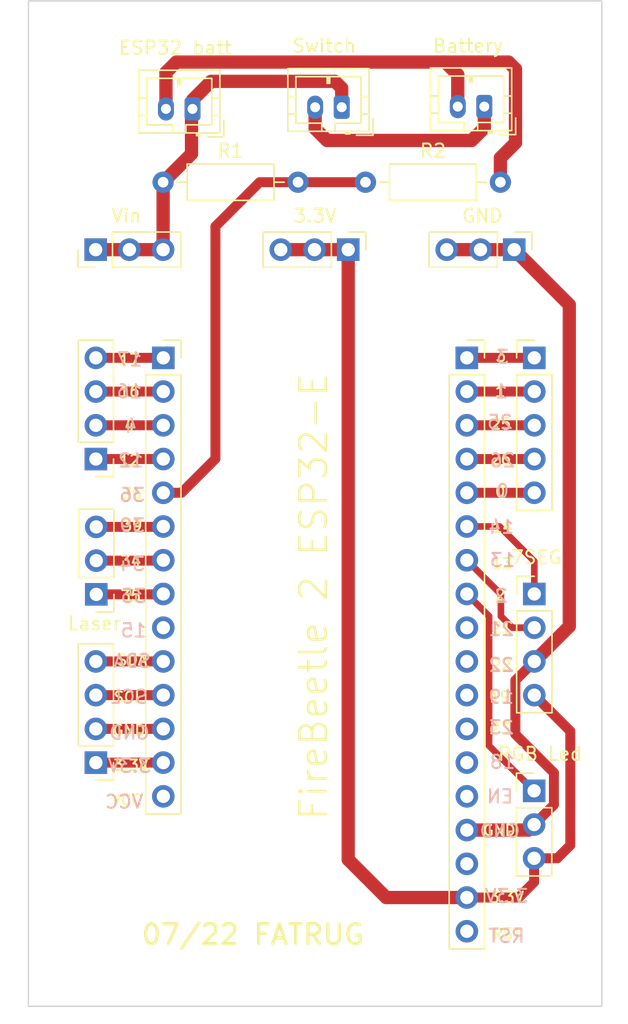
<source format=kicad_pcb>
(kicad_pcb (version 20211014) (generator pcbnew)
  (layers (0 "F.Cu" signal) (31 "B.Cu" signal) (34 "B.Paste" user) (35 "F.Paste" user) (36 "B.SilkS" user "B.Silkscreen") (37 "F.SilkS" user "F.Silkscreen") (38 "B.Mask" user) (39 "F.Mask" user) (44 "Edge.Cuts" user))
  (net 0 "")
  (net 1 "Net-(J1-Pad1)")
  (net 2 "GND")
  (net 3 "Net-(J4-Pad1)")
  (net 4 "Net-(J4-Pad2)")
  (net 5 "Net-(J4-Pad3)")
  (net 6 "Net-(J4-Pad4)")
  (net 7 "Net-(J5-Pad5)")
  (net 10 "Net-(J6-Pad6)")
  (net 11 "Net-(J6-Pad7)")
  (net 19 "Net-(J5-Pad1)")
  (net 20 "Net-(J5-Pad2)")
  (net 21 "Net-(J5-Pad3)")
  (net 22 "Net-(J5-Pad4)")
  (net 24 "Net-(J10-Pad1)")
  (net 25 "Net-(J11-Pad1)")
  (net 26 "Net-(J11-Pad2)")
  (net 27 "Net-(J11-Pad3)")
  (net 28 "Net-(J11-Pad4)")
  (net 29 "Net-(J11-Pad5)")
  (net 30 "Net-(J6-Pad8)")
  (net 31 "Net-(J12-Pad1)")
  (net 32 "Net-(J7-Pad3)")
  (net 33 "Net-(J5-Pad8)")
  (net 34 "Net-(J5-Pad7)")
  (net 35 "Net-(J5-Pad6)")
  (footprint "Connector_PinHeader_2.54mm:PinHeader_1x03_P2.54mm_Vertical" (layer "F.Cu") (at 96.5 92.5)
    (fp_text reference "J7" hide)
    (fp_text value "Conn_01x03")
    (fp_line (start -1.33 -1.33) (end 0 -1.33) (layer "F.SilkS") (width 0.12))
    (fp_line (start -1.33 6.41) (end 1.33 6.41) (layer "F.SilkS") (width 0.12))
    (fp_line (start -1.33 1.27) (end 1.33 1.27) (layer "F.SilkS") (width 0.12))
    (fp_line (start -1.33 0) (end -1.33 -1.33) (layer "F.SilkS") (width 0.12))
    (fp_line (start -1.33 1.27) (end -1.33 6.41) (layer "F.SilkS") (width 0.12))
    (fp_line (start 1.33 1.27) (end 1.33 6.41) (layer "F.SilkS") (width 0.12))
    (pad "1" thru_hole rect (at 0 0) (size 1.7 1.7) (drill 1) (layers *.Cu *.Mask) (net 30 "Net-(J6-Pad8)"))
    (pad "2" thru_hole oval (at 0 2.54) (size 1.7 1.7) (drill 1) (layers *.Cu *.Mask) (net 31 "Net-(J12-Pad1)"))
    (pad "3" thru_hole oval (at 0 5.08) (size 1.7 1.7) (drill 1) (layers *.Cu *.Mask) (net 32 "Net-(J7-Pad3)"))
  )
  (footprint "Connector_JST:JST_PH_B2B-PH-K_1x02_P2.00mm_Vertical" (layer "F.Cu") (at 92.75 40.975 180)
    (fp_text reference "J1" hide)
    (fp_text value "Conn_01x02")
    (fp_line (start -1.45 -1.2) (end -1.45 2.3) (layer "F.SilkS") (width 0.12))
    (fp_line (start 0.9 2.3) (end 0.9 1.8) (layer "F.SilkS") (width 0.12))
    (fp_line (start 3.45 2.3) (end 3.45 -1.2) (layer "F.SilkS") (width 0.12))
    (fp_line (start 0.9 1.8) (end 1.1 1.8) (layer "F.SilkS") (width 0.12))
    (fp_line (start -2.36 -2.11) (end -2.36 -0.86) (layer "F.SilkS") (width 0.12))
    (fp_line (start -2.06 2.91) (end 4.06 2.91) (layer "F.SilkS") (width 0.12))
    (fp_line (start 0.5 -1.81) (end 0.5 -1.2) (layer "F.SilkS") (width 0.12))
    (fp_line (start -2.06 -1.81) (end -2.06 2.91) (layer "F.SilkS") (width 0.12))
    (fp_line (start -2.06 -0.5) (end -1.45 -0.5) (layer "F.SilkS") (width 0.12))
    (fp_line (start 0.5 -1.2) (end -1.45 -1.2) (layer "F.SilkS") (width 0.12))
    (fp_line (start 4.06 -1.81) (end -2.06 -1.81) (layer "F.SilkS") (width 0.12))
    (fp_line (start 4.06 2.91) (end 4.06 -1.81) (layer "F.SilkS") (width 0.12))
    (fp_line (start -2.06 0.8) (end -1.45 0.8) (layer "F.SilkS") (width 0.12))
    (fp_line (start -0.3 -1.81) (end -0.3 -2.01) (layer "F.SilkS") (width 0.12))
    (fp_line (start 1.1 1.8) (end 1.1 2.3) (layer "F.SilkS") (width 0.12))
    (fp_line (start 4.06 0.8) (end 3.45 0.8) (layer "F.SilkS") (width 0.12))
    (fp_line (start 1 2.3) (end 1 1.8) (layer "F.SilkS") (width 0.12))
    (fp_line (start -0.3 -2.01) (end -0.6 -2.01) (layer "F.SilkS") (width 0.12))
    (fp_line (start 4.06 -0.5) (end 3.45 -0.5) (layer "F.SilkS") (width 0.12))
    (fp_line (start -0.3 -1.91) (end -0.6 -1.91) (layer "F.SilkS") (width 0.12))
    (fp_line (start 1.5 -1.2) (end 1.5 -1.81) (layer "F.SilkS") (width 0.12))
    (fp_line (start 3.45 -1.2) (end 1.5 -1.2) (layer "F.SilkS") (width 0.12))
    (fp_line (start -0.6 -2.01) (end -0.6 -1.81) (layer "F.SilkS") (width 0.12))
    (fp_line (start -1.11 -2.11) (end -2.36 -2.11) (layer "F.SilkS") (width 0.12))
    (fp_line (start -1.45 2.3) (end 3.45 2.3) (layer "F.SilkS") (width 0.12))
    (pad "1" thru_hole roundrect (at 0 0 180) (size 1.2 1.75) (drill 0.75) (layers *.Cu *.Mask) (roundrect_rratio 0.208333) (net 1 "Net-(J1-Pad1)"))
    (pad "2" thru_hole oval (at 2 0 180) (size 1.2 1.75) (drill 0.75) (layers *.Cu *.Mask) (net 2 "GND"))
  )
  (footprint "Connector_PinHeader_2.54mm:PinHeader_1x03_P2.54mm_Vertical" (layer "F.Cu") (at 63.525 77.705 180)
    (fp_text reference "J14" hide)
    (fp_text value "Conn_01x03")
    (fp_line (start -1.33 1.27) (end 1.33 1.27) (layer "F.SilkS") (width 0.12))
    (fp_line (start -1.33 0) (end -1.33 -1.33) (layer "F.SilkS") (width 0.12))
    (fp_line (start -1.33 -1.33) (end 0 -1.33) (layer "F.SilkS") (width 0.12))
    (fp_line (start -1.33 6.41) (end 1.33 6.41) (layer "F.SilkS") (width 0.12))
    (fp_line (start -1.33 1.27) (end -1.33 6.41) (layer "F.SilkS") (width 0.12))
    (fp_line (start 1.33 1.27) (end 1.33 6.41) (layer "F.SilkS") (width 0.12))
    (pad "1" thru_hole rect (at 0 0 180) (size 1.7 1.7) (drill 1) (layers *.Cu *.Mask) (net 33 "Net-(J5-Pad8)"))
    (pad "2" thru_hole oval (at 0 2.54 180) (size 1.7 1.7) (drill 1) (layers *.Cu *.Mask) (net 34 "Net-(J5-Pad7)"))
    (pad "3" thru_hole oval (at 0 5.08 180) (size 1.7 1.7) (drill 1) (layers *.Cu *.Mask) (net 35 "Net-(J5-Pad6)"))
  )
  (footprint "Connector_JST:JST_PH_B2B-PH-K_1x02_P2.00mm_Vertical" (layer "F.Cu") (at 82.01 41.025 180)
    (fp_text reference "J2" hide)
    (fp_text value "Conn_01x02")
    (fp_line (start 0.5 -1.81) (end 0.5 -1.2) (layer "F.SilkS") (width 0.12))
    (fp_line (start 4.06 2.91) (end 4.06 -1.81) (layer "F.SilkS") (width 0.12))
    (fp_line (start 1 2.3) (end 1 1.8) (layer "F.SilkS") (width 0.12))
    (fp_line (start 0.5 -1.2) (end -1.45 -1.2) (layer "F.SilkS") (width 0.12))
    (fp_line (start 0.9 1.8) (end 1.1 1.8) (layer "F.SilkS") (width 0.12))
    (fp_line (start -1.45 2.3) (end 3.45 2.3) (layer "F.SilkS") (width 0.12))
    (fp_line (start -2.06 2.91) (end 4.06 2.91) (layer "F.SilkS") (width 0.12))
    (fp_line (start -0.3 -2.01) (end -0.6 -2.01) (layer "F.SilkS") (width 0.12))
    (fp_line (start 4.06 0.8) (end 3.45 0.8) (layer "F.SilkS") (width 0.12))
    (fp_line (start 0.9 2.3) (end 0.9 1.8) (layer "F.SilkS") (width 0.12))
    (fp_line (start -2.06 -0.5) (end -1.45 -0.5) (layer "F.SilkS") (width 0.12))
    (fp_line (start -0.6 -2.01) (end -0.6 -1.81) (layer "F.SilkS") (width 0.12))
    (fp_line (start -2.06 -1.81) (end -2.06 2.91) (layer "F.SilkS") (width 0.12))
    (fp_line (start 4.06 -0.5) (end 3.45 -0.5) (layer "F.SilkS") (width 0.12))
    (fp_line (start 3.45 2.3) (end 3.45 -1.2) (layer "F.SilkS") (width 0.12))
    (fp_line (start -1.45 -1.2) (end -1.45 2.3) (layer "F.SilkS") (width 0.12))
    (fp_line (start -0.3 -1.91) (end -0.6 -1.91) (layer "F.SilkS") (width 0.12))
    (fp_line (start -0.3 -1.81) (end -0.3 -2.01) (layer "F.SilkS") (width 0.12))
    (fp_line (start -2.36 -2.11) (end -2.36 -0.86) (layer "F.SilkS") (width 0.12))
    (fp_line (start 4.06 -1.81) (end -2.06 -1.81) (layer "F.SilkS") (width 0.12))
    (fp_line (start 1.1 1.8) (end 1.1 2.3) (layer "F.SilkS") (width 0.12))
    (fp_line (start 3.45 -1.2) (end 1.5 -1.2) (layer "F.SilkS") (width 0.12))
    (fp_line (start -1.11 -2.11) (end -2.36 -2.11) (layer "F.SilkS") (width 0.12))
    (fp_line (start 1.5 -1.2) (end 1.5 -1.81) (layer "F.SilkS") (width 0.12))
    (fp_line (start -2.06 0.8) (end -1.45 0.8) (layer "F.SilkS") (width 0.12))
    (pad "1" thru_hole roundrect (at 0 0 180) (size 1.2 1.75) (drill 0.75) (layers *.Cu *.Mask) (roundrect_rratio 0.208333) (net 24 "Net-(J10-Pad1)"))
    (pad "2" thru_hole oval (at 2 0 180) (size 1.2 1.75) (drill 0.75) (layers *.Cu *.Mask) (net 1 "Net-(J1-Pad1)"))
  )
  (footprint "Connector_PinHeader_2.54mm:PinHeader_1x03_P2.54mm_Vertical" (layer "F.Cu") (at 82.5 51.75 -90)
    (fp_text reference "J13" hide)
    (fp_text value "Conn_01x03")
    (fp_line (start -1.33 1.27) (end 1.33 1.27) (layer "F.SilkS") (width 0.12))
    (fp_line (start -1.33 6.41) (end 1.33 6.41) (layer "F.SilkS") (width 0.12))
    (fp_line (start 1.33 1.27) (end 1.33 6.41) (layer "F.SilkS") (width 0.12))
    (fp_line (start -1.33 1.27) (end -1.33 6.41) (layer "F.SilkS") (width 0.12))
    (fp_line (start -1.33 -1.33) (end 0 -1.33) (layer "F.SilkS") (width 0.12))
    (fp_line (start -1.33 0) (end -1.33 -1.33) (layer "F.SilkS") (width 0.12))
    (pad "1" thru_hole rect (at 0 0 270) (size 1.7 1.7) (drill 1) (layers *.Cu *.Mask) (net 32 "Net-(J7-Pad3)"))
    (pad "2" thru_hole oval (at 0 2.54 270) (size 1.7 1.7) (drill 1) (layers *.Cu *.Mask) (net 32 "Net-(J7-Pad3)"))
    (pad "3" thru_hole oval (at 0 5.08 270) (size 1.7 1.7) (drill 1) (layers *.Cu *.Mask) (net 32 "Net-(J7-Pad3)"))
  )
  (footprint "Connector_PinHeader_2.54mm:PinHeader_1x04_P2.54mm_Vertical" (layer "F.Cu") (at 63.495 90.375 180)
    (fp_text reference "J4" hide)
    (fp_text value "Conn_01x04")
    (fp_line (start -1.33 1.27) (end -1.33 8.95) (layer "F.SilkS") (width 0.12))
    (fp_line (start -1.33 1.27) (end 1.33 1.27) (layer "F.SilkS") (width 0.12))
    (fp_line (start -1.33 -1.33) (end 0 -1.33) (layer "F.SilkS") (width 0.12))
    (fp_line (start -1.33 8.95) (end 1.33 8.95) (layer "F.SilkS") (width 0.12))
    (fp_line (start 1.33 1.27) (end 1.33 8.95) (layer "F.SilkS") (width 0.12))
    (fp_line (start -1.33 0) (end -1.33 -1.33) (layer "F.SilkS") (width 0.12))
    (pad "1" thru_hole rect (at 0 0 180) (size 1.7 1.7) (drill 1) (layers *.Cu *.Mask) (net 3 "Net-(J4-Pad1)"))
    (pad "2" thru_hole oval (at 0 2.54 180) (size 1.7 1.7) (drill 1) (layers *.Cu *.Mask) (net 4 "Net-(J4-Pad2)"))
    (pad "3" thru_hole oval (at 0 5.08 180) (size 1.7 1.7) (drill 1) (layers *.Cu *.Mask) (net 5 "Net-(J4-Pad3)"))
    (pad "4" thru_hole oval (at 0 7.62 180) (size 1.7 1.7) (drill 1) (layers *.Cu *.Mask) (net 6 "Net-(J4-Pad4)"))
  )
  (footprint "Resistor_THT:R_Axial_DIN0207_L6.3mm_D2.5mm_P10.16mm_Horizontal" (layer "F.Cu") (at 68.56 46.67)
    (fp_text reference "R1" (at 5.08 -2.37) (layer "F.SilkS"))
    (fp_text value "22k")
    (fp_line (start 1.04 0) (end 1.81 0) (layer "F.SilkS") (width 0.12))
    (fp_line (start 8.35 1.37) (end 8.35 -1.37) (layer "F.SilkS") (width 0.12))
    (fp_line (start 9.12 0) (end 8.35 0) (layer "F.SilkS") (width 0.12))
    (fp_line (start 8.35 -1.37) (end 1.81 -1.37) (layer "F.SilkS") (width 0.12))
    (fp_line (start 1.81 1.37) (end 8.35 1.37) (layer "F.SilkS") (width 0.12))
    (fp_line (start 1.81 -1.37) (end 1.81 1.37) (layer "F.SilkS") (width 0.12))
    (pad "1" thru_hole circle (at 0 0) (size 1.6 1.6) (drill 0.8) (layers *.Cu *.Mask) (net 24 "Net-(J10-Pad1)"))
    (pad "2" thru_hole oval (at 10.16 0) (size 1.6 1.6) (drill 0.8) (layers *.Cu *.Mask) (net 7 "Net-(J5-Pad5)"))
  )
  (footprint "Connector_PinHeader_2.54mm:PinHeader_1x04_P2.54mm_Vertical" (layer "F.Cu") (at 96.515 77.675)
    (fp_text reference "J8" hide)
    (fp_text value "Conn_01x04")
    (fp_line (start -1.33 8.95) (end 1.33 8.95) (layer "F.SilkS") (width 0.12))
    (fp_line (start -1.33 1.27) (end -1.33 8.95) (layer "F.SilkS") (width 0.12))
    (fp_line (start 1.33 1.27) (end 1.33 8.95) (layer "F.SilkS") (width 0.12))
    (fp_line (start -1.33 1.27) (end 1.33 1.27) (layer "F.SilkS") (width 0.12))
    (fp_line (start -1.33 0) (end -1.33 -1.33) (layer "F.SilkS") (width 0.12))
    (fp_line (start -1.33 -1.33) (end 0 -1.33) (layer "F.SilkS") (width 0.12))
    (pad "1" thru_hole rect (at 0 0) (size 1.7 1.7) (drill 1) (layers *.Cu *.Mask) (net 10 "Net-(J6-Pad6)"))
    (pad "2" thru_hole oval (at 0 2.54) (size 1.7 1.7) (drill 1) (layers *.Cu *.Mask) (net 11 "Net-(J6-Pad7)"))
    (pad "3" thru_hole oval (at 0 5.08) (size 1.7 1.7) (drill 1) (layers *.Cu *.Mask) (net 31 "Net-(J12-Pad1)"))
    (pad "4" thru_hole oval (at 0 7.62) (size 1.7 1.7) (drill 1) (layers *.Cu *.Mask) (net 32 "Net-(J7-Pad3)"))
  )
  (footprint "MountingHole:MountingHole_2.5mm" (layer "F.Cu") (at 98.425 35.725)
    (fp_text reference "H3" hide)
    (fp_text value "MountingHole")
    (pad "" np_thru_hole circle (at 0.075 0) (size 2.5 2.5) (drill 2.5) (layers F&B.Cu *.Mask))
  )
  (footprint "Connector_PinHeader_2.54mm:PinHeader_1x05_P2.54mm_Vertical" (layer "F.Cu") (at 96.515 59.895)
    (fp_text reference "J11" hide)
    (fp_text value "Conn_01x05")
    (fp_line (start -1.33 11.49) (end 1.33 11.49) (layer "F.SilkS") (width 0.12))
    (fp_line (start 1.33 1.27) (end 1.33 11.49) (layer "F.SilkS") (width 0.12))
    (fp_line (start -1.33 1.27) (end 1.33 1.27) (layer "F.SilkS") (width 0.12))
    (fp_line (start -1.33 0) (end -1.33 -1.33) (layer "F.SilkS") (width 0.12))
    (fp_line (start -1.33 -1.33) (end 0 -1.33) (layer "F.SilkS") (width 0.12))
    (fp_line (start -1.33 1.27) (end -1.33 11.49) (layer "F.SilkS") (width 0.12))
    (pad "1" thru_hole rect (at 0 0) (size 1.7 1.7) (drill 1) (layers *.Cu *.Mask) (net 25 "Net-(J11-Pad1)"))
    (pad "2" thru_hole oval (at 0 2.54) (size 1.7 1.7) (drill 1) (layers *.Cu *.Mask) (net 26 "Net-(J11-Pad2)"))
    (pad "3" thru_hole oval (at 0 5.08) (size 1.7 1.7) (drill 1) (layers *.Cu *.Mask) (net 27 "Net-(J11-Pad3)"))
    (pad "4" thru_hole oval (at 0 7.62) (size 1.7 1.7) (drill 1) (layers *.Cu *.Mask) (net 28 "Net-(J11-Pad4)"))
    (pad "5" thru_hole oval (at 0 10.16) (size 1.7 1.7) (drill 1) (layers *.Cu *.Mask) (net 29 "Net-(J11-Pad5)"))
  )
  (footprint "MountingHole:MountingHole_2.5mm" (layer "F.Cu") (at 61.425 35.975)
    (fp_text reference "H4" hide)
    (fp_text value "MountingHole")
    (pad "" np_thru_hole circle (at 0 0) (size 2.5 2.5) (drill 2.5) (layers *.Cu *.Mask))
  )
  (footprint "MountingHole:MountingHole_2.5mm" (layer "F.Cu") (at 98.425 105.725)
    (fp_text reference "H1" hide)
    (fp_text value "MountingHole")
    (pad "" np_thru_hole circle (at 0 0) (size 2.5 2.5) (drill 2.5) (layers *.Cu *.Mask))
  )
  (footprint "Connector_PinSocket_2.54mm:PinSocket_1x18_P2.54mm_Vertical" (layer "F.Cu") (at 91.435 59.895)
    (fp_text reference "J6" hide)
    (fp_text value "Conn_01x18")
    (fp_line (start 0 -1.33) (end 1.33 -1.33) (layer "F.SilkS") (width 0.12))
    (fp_line (start -1.33 1.27) (end -1.33 44.51) (layer "F.SilkS") (width 0.12))
    (fp_line (start 1.33 1.27) (end 1.33 44.51) (layer "F.SilkS") (width 0.12))
    (fp_line (start 1.33 -1.33) (end 1.33 0) (layer "F.SilkS") (width 0.12))
    (fp_line (start -1.33 44.51) (end 1.33 44.51) (layer "F.SilkS") (width 0.12))
    (fp_line (start -1.33 1.27) (end 1.33 1.27) (layer "F.SilkS") (width 0.12))
    (pad "1" thru_hole rect (at 0 0) (size 1.7 1.7) (drill 1) (layers *.Cu *.Mask) (net 25 "Net-(J11-Pad1)"))
    (pad "2" thru_hole oval (at 0 2.54) (size 1.7 1.7) (drill 1) (layers *.Cu *.Mask) (net 26 "Net-(J11-Pad2)"))
    (pad "3" thru_hole oval (at 0 5.08) (size 1.7 1.7) (drill 1) (layers *.Cu *.Mask) (net 27 "Net-(J11-Pad3)"))
    (pad "4" thru_hole oval (at 0 7.62) (size 1.7 1.7) (drill 1) (layers *.Cu *.Mask) (net 28 "Net-(J11-Pad4)"))
    (pad "5" thru_hole oval (at 0 10.16) (size 1.7 1.7) (drill 1) (layers *.Cu *.Mask) (net 29 "Net-(J11-Pad5)"))
    (pad "6" thru_hole oval (at 0 12.7) (size 1.7 1.7) (drill 1) (layers *.Cu *.Mask) (net 10 "Net-(J6-Pad6)"))
    (pad "7" thru_hole oval (at 0 15.24) (size 1.7 1.7) (drill 1) (layers *.Cu *.Mask) (net 11 "Net-(J6-Pad7)"))
    (pad "8" thru_hole oval (at 0 17.78) (size 1.7 1.7) (drill 1) (layers *.Cu *.Mask) (net 30 "Net-(J6-Pad8)"))
    (pad "9" thru_hole oval (at 0 20.32) (size 1.7 1.7) (drill 1) (layers *.Cu *.Mask))
    (pad "10" thru_hole oval (at 0 22.86) (size 1.7 1.7) (drill 1) (layers *.Cu *.Mask))
    (pad "11" thru_hole oval (at 0 25.4) (size 1.7 1.7) (drill 1) (layers *.Cu *.Mask))
    (pad "12" thru_hole oval (at 0 27.94) (size 1.7 1.7) (drill 1) (layers *.Cu *.Mask))
    (pad "13" thru_hole oval (at 0 30.48) (size 1.7 1.7) (drill 1) (layers *.Cu *.Mask))
    (pad "14" thru_hole oval (at 0 33.02) (size 1.7 1.7) (drill 1) (layers *.Cu *.Mask))
    (pad "15" thru_hole oval (at 0 35.56) (size 1.7 1.7) (drill 1) (layers *.Cu *.Mask) (net 31 "Net-(J12-Pad1)"))
    (pad "16" thru_hole oval (at 0 38.1) (size 1.7 1.7) (drill 1) (layers *.Cu *.Mask))
    (pad "17" thru_hole oval (at 0 40.64) (size 1.7 1.7) (drill 1) (layers *.Cu *.Mask) (net 32 "Net-(J7-Pad3)"))
    (pad "18" thru_hole oval (at 0 43.18) (size 1.7 1.7) (drill 1) (layers *.Cu *.Mask))
  )
  (footprint "Connector_PinSocket_2.54mm:PinSocket_1x14_P2.54mm_Vertical" (layer "F.Cu") (at 68.575 59.895)
    (fp_text reference "J5" hide)
    (fp_text value "Conn_01x14")
    (fp_line (start -1.33 1.27) (end 1.33 1.27) (layer "F.SilkS") (width 0.12))
    (fp_line (start -1.33 34.35) (end 1.33 34.35) (layer "F.SilkS") (width 0.12))
    (fp_line (start 1.33 1.27) (end 1.33 34.35) (layer "F.SilkS") (width 0.12))
    (fp_line (start 0 -1.33) (end 1.33 -1.33) (layer "F.SilkS") (width 0.12))
    (fp_line (start -1.33 1.27) (end -1.33 34.35) (layer "F.SilkS") (width 0.12))
    (fp_line (start 1.33 -1.33) (end 1.33 0) (layer "F.SilkS") (width 0.12))
    (pad "1" thru_hole rect (at 0 0) (size 1.7 1.7) (drill 1) (layers *.Cu *.Mask) (net 19 "Net-(J5-Pad1)"))
    (pad "2" thru_hole oval (at 0 2.54) (size 1.7 1.7) (drill 1) (layers *.Cu *.Mask) (net 20 "Net-(J5-Pad2)"))
    (pad "3" thru_hole oval (at 0 5.08) (size 1.7 1.7) (drill 1) (layers *.Cu *.Mask) (net 21 "Net-(J5-Pad3)"))
    (pad "4" thru_hole oval (at 0 7.62) (size 1.7 1.7) (drill 1) (layers *.Cu *.Mask) (net 22 "Net-(J5-Pad4)"))
    (pad "5" thru_hole oval (at 0 10.16) (size 1.7 1.7) (drill 1) (layers *.Cu *.Mask) (net 7 "Net-(J5-Pad5)"))
    (pad "6" thru_hole oval (at 0 12.7) (size 1.7 1.7) (drill 1) (layers *.Cu *.Mask) (net 35 "Net-(J5-Pad6)"))
    (pad "7" thru_hole oval (at 0 15.24) (size 1.7 1.7) (drill 1) (layers *.Cu *.Mask) (net 34 "Net-(J5-Pad7)"))
    (pad "8" thru_hole oval (at 0 17.78) (size 1.7 1.7) (drill 1) (layers *.Cu *.Mask) (net 33 "Net-(J5-Pad8)"))
    (pad "9" thru_hole oval (at 0 20.32) (size 1.7 1.7) (drill 1) (layers *.Cu *.Mask))
    (pad "10" thru_hole oval (at 0 22.86) (size 1.7 1.7) (drill 1) (layers *.Cu *.Mask) (net 6 "Net-(J4-Pad4)"))
    (pad "11" thru_hole oval (at 0 25.4) (size 1.7 1.7) (drill 1) (layers *.Cu *.Mask) (net 5 "Net-(J4-Pad3)"))
    (pad "12" thru_hole oval (at 0 27.94) (size 1.7 1.7) (drill 1) (layers *.Cu *.Mask) (net 4 "Net-(J4-Pad2)"))
    (pad "13" thru_hole oval (at 0 30.48) (size 1.7 1.7) (drill 1) (layers *.Cu *.Mask) (net 3 "Net-(J4-Pad1)"))
    (pad "14" thru_hole oval (at 0 33.02) (size 1.7 1.7) (drill 1) (layers *.Cu *.Mask))
  )
  (footprint "Resistor_THT:R_Axial_DIN0207_L6.3mm_D2.5mm_P10.16mm_Horizontal" (layer "F.Cu") (at 83.8 46.67)
    (fp_text reference "R2" (at 5.08 -2.37) (layer "F.SilkS"))
    (fp_text value "22k")
    (fp_line (start 1.04 0) (end 1.81 0) (layer "F.SilkS") (width 0.12))
    (fp_line (start 1.81 1.37) (end 8.35 1.37) (layer "F.SilkS") (width 0.12))
    (fp_line (start 1.81 -1.37) (end 1.81 1.37) (layer "F.SilkS") (width 0.12))
    (fp_line (start 8.35 -1.37) (end 1.81 -1.37) (layer "F.SilkS") (width 0.12))
    (fp_line (start 8.35 1.37) (end 8.35 -1.37) (layer "F.SilkS") (width 0.12))
    (fp_line (start 9.12 0) (end 8.35 0) (layer "F.SilkS") (width 0.12))
    (pad "1" thru_hole circle (at 0 0) (size 1.6 1.6) (drill 0.8) (layers *.Cu *.Mask) (net 7 "Net-(J5-Pad5)"))
    (pad "2" thru_hole oval (at 10.16 0) (size 1.6 1.6) (drill 0.8) (layers *.Cu *.Mask) (net 2 "GND"))
  )
  (footprint "Connector_PinHeader_2.54mm:PinHeader_1x03_P2.54mm_Vertical" (layer "F.Cu") (at 63.48 51.75 90)
    (fp_text reference "J10" hide)
    (fp_text value "Conn_01x03")
    (fp_line (start 1.33 1.27) (end 1.33 6.41) (layer "F.SilkS") (width 0.12))
    (fp_line (start -1.33 1.27) (end -1.33 6.41) (layer "F.SilkS") (width 0.12))
    (fp_line (start -1.33 1.27) (end 1.33 1.27) (layer "F.SilkS") (width 0.12))
    (fp_line (start -1.33 -1.33) (end 0 -1.33) (layer "F.SilkS") (width 0.12))
    (fp_line (start -1.33 6.41) (end 1.33 6.41) (layer "F.SilkS") (width 0.12))
    (fp_line (start -1.33 0) (end -1.33 -1.33) (layer "F.SilkS") (width 0.12))
    (pad "1" thru_hole rect (at 0 0 90) (size 1.7 1.7) (drill 1) (layers *.Cu *.Mask) (net 24 "Net-(J10-Pad1)"))
    (pad "2" thru_hole oval (at 0 2.54 90) (size 1.7 1.7) (drill 1) (layers *.Cu *.Mask) (net 24 "Net-(J10-Pad1)"))
    (pad "3" thru_hole oval (at 0 5.08 90) (size 1.7 1.7) (drill 1) (layers *.Cu *.Mask) (net 24 "Net-(J10-Pad1)"))
  )
  (footprint "Connector_PinHeader_2.54mm:PinHeader_1x04_P2.54mm_Vertical" (layer "F.Cu") (at 63.495 67.515 180)
    (fp_text reference "J9" hide)
    (fp_text value "Conn_01x04")
    (fp_line (start -1.33 0) (end -1.33 -1.33) (layer "F.SilkS") (width 0.12))
    (fp_line (start -1.33 1.27) (end -1.33 8.95) (layer "F.SilkS") (width 0.12))
    (fp_line (start 1.33 1.27) (end 1.33 8.95) (layer "F.SilkS") (width 0.12))
    (fp_line (start -1.33 1.27) (end 1.33 1.27) (layer "F.SilkS") (width 0.12))
    (fp_line (start -1.33 -1.33) (end 0 -1.33) (layer "F.SilkS") (width 0.12))
    (fp_line (start -1.33 8.95) (end 1.33 8.95) (layer "F.SilkS") (width 0.12))
    (pad "1" thru_hole rect (at 0 0 180) (size 1.7 1.7) (drill 1) (layers *.Cu *.Mask) (net 22 "Net-(J5-Pad4)"))
    (pad "2" thru_hole oval (at 0 2.54 180) (size 1.7 1.7) (drill 1) (layers *.Cu *.Mask) (net 21 "Net-(J5-Pad3)"))
    (pad "3" thru_hole oval (at 0 5.08 180) (size 1.7 1.7) (drill 1) (layers *.Cu *.Mask) (net 20 "Net-(J5-Pad2)"))
    (pad "4" thru_hole oval (at 0 7.62 180) (size 1.7 1.7) (drill 1) (layers *.Cu *.Mask) (net 19 "Net-(J5-Pad1)"))
  )
  (footprint "MountingHole:MountingHole_2.5mm" (layer "F.Cu") (at 61.425 105.725)
    (fp_text reference "H2" hide)
    (fp_text value "MountingHole")
    (pad "" np_thru_hole circle (at 0 0) (size 2.5 2.5) (drill 2.5) (layers *.Cu *.Mask))
  )
  (footprint "Connector_PinHeader_2.54mm:PinHeader_1x03_P2.54mm_Vertical" (layer "F.Cu") (at 95 51.75 -90)
    (fp_text reference "J12" hide)
    (fp_text value "Conn_01x03")
    (fp_line (start -1.33 1.27) (end -1.33 6.41) (layer "F.SilkS") (width 0.12))
    (fp_line (start -1.33 6.41) (end 1.33 6.41) (layer "F.SilkS") (width 0.12))
    (fp_line (start -1.33 0) (end -1.33 -1.33) (layer "F.SilkS") (width 0.12))
    (fp_line (start 1.33 1.27) (end 1.33 6.41) (layer "F.SilkS") (width 0.12))
    (fp_line (start -1.33 1.27) (end 1.33 1.27) (layer "F.SilkS") (width 0.12))
    (fp_line (start -1.33 -1.33) (end 0 -1.33) (layer "F.SilkS") (width 0.12))
    (pad "1" thru_hole rect (at 0 0 270) (size 1.7 1.7) (drill 1) (layers *.Cu *.Mask) (net 31 "Net-(J12-Pad1)"))
    (pad "2" thru_hole oval (at 0 2.54 270) (size 1.7 1.7) (drill 1) (layers *.Cu *.Mask) (net 31 "Net-(J12-Pad1)"))
    (pad "3" thru_hole oval (at 0 5.08 270) (size 1.7 1.7) (drill 1) (layers *.Cu *.Mask) (net 31 "Net-(J12-Pad1)"))
  )
  (footprint "Connector_JST:JST_PH_B2B-PH-K_1x02_P2.00mm_Vertical" (layer "F.Cu") (at 70.775 41.15 180)
    (fp_text reference "J3" hide)
    (fp_text value "Conn_01x02")
    (fp_line (start -0.6 -2.01) (end -0.6 -1.81) (layer "F.SilkS") (width 0.12))
    (fp_line (start -2.36 -2.11) (end -2.36 -0.86) (layer "F.SilkS") (width 0.12))
    (fp_line (start -2.06 -0.5) (end -1.45 -0.5) (layer "F.SilkS") (width 0.12))
    (fp_line (start -2.06 -1.81) (end -2.06 2.91) (layer "F.SilkS") (width 0.12))
    (fp_line (start -2.06 2.91) (end 4.06 2.91) (layer "F.SilkS") (width 0.12))
    (fp_line (start 0.5 -1.2) (end -1.45 -1.2) (layer "F.SilkS") (width 0.12))
    (fp_line (start 4.06 2.91) (end 4.06 -1.81) (layer "F.SilkS") (width 0.12))
    (fp_line (start -1.11 -2.11) (end -2.36 -2.11) (layer "F.SilkS") (width 0.12))
    (fp_line (start 0.9 1.8) (end 1.1 1.8) (layer "F.SilkS") (width 0.12))
    (fp_line (start 3.45 2.3) (end 3.45 -1.2) (layer "F.SilkS") (width 0.12))
    (fp_line (start -1.45 -1.2) (end -1.45 2.3) (layer "F.SilkS") (width 0.12))
    (fp_line (start -1.45 2.3) (end 3.45 2.3) (layer "F.SilkS") (width 0.12))
    (fp_line (start -0.3 -2.01) (end -0.6 -2.01) (layer "F.SilkS") (width 0.12))
    (fp_line (start 1 2.3) (end 1 1.8) (layer "F.SilkS") (width 0.12))
    (fp_line (start 4.06 -0.5) (end 3.45 -0.5) (layer "F.SilkS") (width 0.12))
    (fp_line (start -2.06 0.8) (end -1.45 0.8) (layer "F.SilkS") (width 0.12))
    (fp_line (start 0.5 -1.81) (end 0.5 -1.2) (layer "F.SilkS") (width 0.12))
    (fp_line (start 3.45 -1.2) (end 1.5 -1.2) (layer "F.SilkS") (width 0.12))
    (fp_line (start 0.9 2.3) (end 0.9 1.8) (layer "F.SilkS") (width 0.12))
    (fp_line (start 4.06 -1.81) (end -2.06 -1.81) (layer "F.SilkS") (width 0.12))
    (fp_line (start 4.06 0.8) (end 3.45 0.8) (layer "F.SilkS") (width 0.12))
    (fp_line (start -0.3 -1.91) (end -0.6 -1.91) (layer "F.SilkS") (width 0.12))
    (fp_line (start 1.1 1.8) (end 1.1 2.3) (layer "F.SilkS") (width 0.12))
    (fp_line (start -0.3 -1.81) (end -0.3 -2.01) (layer "F.SilkS") (width 0.12))
    (fp_line (start 1.5 -1.2) (end 1.5 -1.81) (layer "F.SilkS") (width 0.12))
    (pad "1" thru_hole roundrect (at 0 0 180) (size 1.2 1.75) (drill 0.75) (layers *.Cu *.Mask) (roundrect_rratio 0.208333) (net 24 "Net-(J10-Pad1)"))
    (pad "2" thru_hole oval (at 2 0 180) (size 1.2 1.75) (drill 0.75) (layers *.Cu *.Mask) (net 2 "GND"))
  )
  (gr_line (start 58.42 33.02) (end 101.6 33.02) (layer "Edge.Cuts") (width 0.1))
  (gr_line (start 101.6 33.02) (end 101.6 108.725) (layer "Edge.Cuts") (width 0.1))
  (gr_line (start 58.42 108.725) (end 58.42 33.02) (layer "Edge.Cuts") (width 0.1))
  (gr_line (start 101.6 108.725) (end 58.42 108.725) (layer "Edge.Cuts") (width 0.1))
  (gr_text "RST" (at 94.425 103.425) (layer "B.SilkS") (effects (font (size 1 1)) (justify mirror)))
  (gr_text "3.3V\n" (at 66.025 90.625) (layer "B.SilkS") (effects (font (size 1 1)) (justify mirror)))
  (gr_text "1" (at 94.025 62.425) (layer "B.SilkS") (effects (font (size 1 1)) (justify mirror)))
  (gr_text "25" (at 93.925 64.725) (layer "B.SilkS") (effects (font (size 1 1)) (justify mirror)))
  (gr_text "23" (at 94.025 87.725) (layer "B.SilkS") (effects (font (size 1 1)) (justify mirror)))
  (gr_text "16" (at 66.025 62.425) (layer "B.SilkS") (effects (font (size 1 1)) (justify mirror)))
  (gr_text "15" (at 66.325 80.425) (layer "B.SilkS") (effects (font (size 1 1)) (justify mirror)))
  (gr_text "3.3V" (at 94.425 100.425) (layer "B.SilkS") (effects (font (size 1 1)) (justify mirror)))
  (gr_text "22" (at 94.025 83.025) (layer "B.SilkS") (effects (font (size 1 1)) (justify mirror)))
  (gr_text "13" (at 94.125 75.125) (layer "B.SilkS") (effects (font (size 1 1)) (justify mirror)))
  (gr_text "0" (at 94.125 69.925) (layer "B.SilkS") (effects (font (size 1 1)) (justify mirror)))
  (gr_text "2" (at 94.025 77.825) (layer "B.SilkS") (effects (font (size 1 1)) (justify mirror)))
  (gr_text "17" (at 66.025 60.025) (layer "B.SilkS") (effects (font (size 1 1)) (justify mirror)))
  (gr_text "12" (at 66.125 67.625) (layer "B.SilkS") (effects (font (size 1 1)) (justify mirror)))
  (gr_text "VCC\n" (at 65.625 93.325) (layer "B.SilkS") (effects (font (size 1 1)) (justify mirror)))
  (gr_text "34" (at 66.225 75.425) (layer "B.SilkS") (effects (font (size 1 1)) (justify mirror)))
  (gr_text "GND\n" (at 93.925 95.525) (layer "B.SilkS") (effects (font (size 1 1)) (justify mirror)))
  (gr_text "GND" (at 66.025 88.125) (layer "B.SilkS") (effects (font (size 1 1)) (justify mirror)))
  (gr_text "4" (at 66.125 65.025) (layer "B.SilkS") (effects (font (size 1 1)) (justify mirror)))
  (gr_text "35" (at 66.325 77.825) (layer "B.SilkS") (effects (font (size 1 1)) (justify mirror)))
  (gr_text "3" (at 94.125 59.825) (layer "B.SilkS") (effects (font (size 1 1)) (justify mirror)))
  (gr_text "14" (at 94.025 72.625) (layer "B.SilkS") (effects (font (size 1 1)) (justify mirror)))
  (gr_text "SCL" (at 66.025 85.425) (layer "B.SilkS") (effects (font (size 1 1)) (justify mirror)))
  (gr_text "36" (at 66.225 70.225) (layer "B.SilkS") (effects (font (size 1 1)) (justify mirror)))
  (gr_text "18" (at 94.125 90.325) (layer "B.SilkS") (effects (font (size 1 1)) (justify mirror)))
  (gr_text "39" (at 66.225 72.525) (layer "B.SilkS") (effects (font (size 1 1)) (justify mirror)))
  (gr_text "26" (at 94.125 67.625) (layer "B.SilkS") (effects (font (size 1 1)) (justify mirror)))
  (gr_text "21" (at 94.025 80.325) (layer "B.SilkS") (effects (font (size 1 1)) (justify mirror)))
  (gr_text "SDA" (at 66.225 82.725) (layer "B.SilkS") (effects (font (size 1 1)) (justify mirror)))
  (gr_text "EN" (at 93.925 92.925) (layer "B.SilkS") (effects (font (size 1 1)) (justify mirror)))
  (gr_text "19" (at 94.025 85.425) (layer "B.SilkS") (effects (font (size 1 1)) (justify mirror)))
  (gr_text "Battery" (at 91.525 36.4) (layer "F.SilkS") (effects (font (size 1 1))))
  (gr_text "25" (at 94 64.875) (layer "F.SilkS") (effects (font (size 0.8 0.8))))
  (gr_text "2" (at 93.95 77.75) (layer "F.SilkS") (effects (font (size 0.8 0.8))))
  (gr_text "ESP32 batt" (at 69.475 36.55) (layer "F.SilkS") (effects (font (size 1 1))))
  (gr_text "19" (at 93.925 85.425) (layer "F.SilkS") (effects (font (size 0.8 0.8))))
  (gr_text "21" (at 94.05 80.225) (layer "F.SilkS") (effects (font (size 0.8 0.8))))
  (gr_text "1" (at 93.95 62.425) (layer "F.SilkS") (effects (font (size 0.8 0.8))))
  (gr_text "3.3V" (at 80 49.2) (layer "F.SilkS") (effects (font (size 1 1))))
  (gr_text "36" (at 66.225 70.125) (layer "F.SilkS") (effects (font (size 0.8 0.8))))
  (gr_text "34" (at 66.125 75.225) (layer "F.SilkS") (effects (font (size 0.8 0.8))))
  (gr_text "3" (at 94 59.775) (layer "F.SilkS") (effects (font (size 0.8 0.8))))
  (gr_text "FireBeetle 2 ESP32-E " (at 79.9 77.1 90) (layer "F.SilkS") (effects (font (size 2 2) (thickness 0.2))))
  (gr_text "SCL" (at 65.95 85.45) (layer "F.SilkS") (effects (font (size 0.8 0.8))))
  (gr_text "RST" (at 94.45 103.275) (layer "F.SilkS") (effects (font (size 0.8 0.8))))
  (gr_text "23" (at 93.925 87.8) (layer "F.SilkS") (effects (font (size 0.8 0.8))))
  (gr_text "SDA" (at 66.225 82.65) (layer "F.SilkS") (effects (font (size 0.8 0.8))))
  (gr_text "16" (at 66.025 62.425) (layer "F.SilkS") (effects (font (size 0.8 0.8))))
  (gr_text "GND\n" (at 66 87.95) (layer "F.SilkS") (effects (font (size 0.8 0.8))))
  (gr_text "GND\n" (at 93.875 95.475) (layer "F.SilkS") (effects (font (size 0.8 0.8))))
  (gr_text "Switch" (at 80.7 36.4) (layer "F.SilkS") (effects (font (size 1 1))))
  (gr_text "3.3V" (at 66.125 90.575) (layer "F.SilkS") (effects (font (size 0.8 0.8))))
  (gr_text "3.3V" (at 94.425 100.525) (layer "F.SilkS") (effects (font (size 0.8 0.8))))
  (gr_text "VCC" (at 65.825 93.175) (layer "F.SilkS") (effects (font (size 0.8 0.8))))
  (gr_text "39" (at 66.225 72.525) (layer "F.SilkS") (effects (font (size 0.8 0.8))))
  (gr_text "17" (at 66.025 60.025) (layer "F.SilkS") (effects (font (size 0.8 0.8))))
  (gr_text "26" (at 94 67.525) (layer "F.SilkS") (effects (font (size 0.8 0.8))))
  (gr_text "Vin" (at 65.8 49.2) (layer "F.SilkS") (effects (font (size 1 1))))
  (gr_text "14" (at 94.1 72.65) (layer "F.SilkS") (effects (font (size 0.8 0.8))))
  (gr_text "0" (at 93.95 69.975) (layer "F.SilkS") (effects (font (size 0.8 0.8))))
  (gr_text "07/22 FATRUG" (at 75.325 103.325) (layer "F.SilkS") (effects (font (size 1.5 1.5) (thickness 0.25))))
  (gr_text "4" (at 66.025 65.025) (layer "F.SilkS") (effects (font (size 0.8 0.8))))
  (gr_text "22" (at 94.025 83.025) (layer "F.SilkS") (effects (font (size 0.8 0.8))))
  (gr_text "Laser" (at 63.375 79.9) (layer "F.SilkS") (effects (font (size 1 1))))
  (gr_text "35" (at 66.125 77.825) (layer "F.SilkS") (effects (font (size 0.8 0.8))))
  (gr_text "RGB Led" (at 96.95 89.725) (layer "F.SilkS") (effects (font (size 1 1))))
  (gr_text "13" (at 94.1 75.4) (layer "F.SilkS") (effects (font (size 0.8 0.8))))
  (gr_text "7SEG" (at 96.675 74.925) (layer "F.SilkS") (effects (font (size 1 1))))
  (gr_text "12" (at 66.025 67.625) (layer "F.SilkS") (effects (font (size 0.8 0.8))))
  (gr_text "GND" (at 92.6 49.2) (layer "F.SilkS") (effects (font (size 1 1))))
  (segment (start 80.01 42.635) (end 80.01 41.025) (width 1) (layer "F.Cu") (net 1))
  (segment (start 92.75 42.575) (end 91.8 43.525) (width 1) (layer "F.Cu") (net 1))
  (segment (start 80.9 43.525) (end 80.01 42.635) (width 1) (layer "F.Cu") (net 1))
  (segment (start 91.8 43.525) (end 80.9 43.525) (width 1) (layer "F.Cu") (net 1))
  (segment (start 92.75 40.975) (end 92.75 42.575) (width 1) (layer "F.Cu") (net 1))
  (segment (start 93.96 44.84) (end 95.1 43.7) (width 1) (layer "F.Cu") (net 2))
  (segment (start 68.775 41.15) (end 68.775 38.4) (width 1) (layer "F.Cu") (net 2))
  (segment (start 90.75 38.575) (end 90.75 40.975) (width 1) (layer "F.Cu") (net 2))
  (segment (start 69.55 37.625) (end 89.8 37.625) (width 1) (layer "F.Cu") (net 2))
  (segment (start 68.775 38.4) (end 69.55 37.625) (width 1) (layer "F.Cu") (net 2))
  (segment (start 89.8 37.625) (end 90.75 38.575) (width 1) (layer "F.Cu") (net 2))
  (segment (start 95.1 43.7) (end 95.1 38.15) (width 1) (layer "F.Cu") (net 2))
  (segment (start 93.96 46.67) (end 93.96 44.84) (width 1) (layer "F.Cu") (net 2))
  (segment (start 95.1 38.15) (end 94.575 37.625) (width 1) (layer "F.Cu") (net 2))
  (segment (start 94.575 37.625) (end 89.8 37.625) (width 1) (layer "F.Cu") (net 2))
  (segment (start 63.495 90.375) (end 68.575 90.375) (width 0.75) (layer "F.Cu") (net 3))
  (segment (start 63.495 87.835) (end 68.575 87.835) (width 0.75) (layer "F.Cu") (net 4))
  (segment (start 63.495 85.295) (end 68.575 85.295) (width 0.75) (layer "F.Cu") (net 5))
  (segment (start 63.495 82.755) (end 68.575 82.755) (width 0.75) (layer "F.Cu") (net 6))
  (segment (start 78.72 46.67) (end 83.8 46.67) (width 0.75) (layer "F.Cu") (net 7))
  (segment (start 78.72 46.67) (end 75.83 46.67) (width 0.75) (layer "F.Cu") (net 7))
  (segment (start 72.5 50) (end 72.5 67.5) (width 0.75) (layer "F.Cu") (net 7))
  (segment (start 72.5 67.5) (end 69.945 70.055) (width 0.75) (layer "F.Cu") (net 7))
  (segment (start 75.83 46.67) (end 72.5 50) (width 0.75) (layer "F.Cu") (net 7))
  (segment (start 69.945 70.055) (end 68.575 70.055) (width 0.75) (layer "F.Cu") (net 7))
  (segment (start 96.515 75.215) (end 96.515 77.675) (width 0.5) (layer "F.Cu") (net 10))
  (segment (start 93.895 72.595) (end 96.515 75.215) (width 0.5) (layer "F.Cu") (net 10))
  (segment (start 91.435 72.595) (end 93.895 72.595) (width 0.5) (layer "F.Cu") (net 10))
  (segment (start 94 79.35) (end 94.865 80.215) (width 0.5) (layer "F.Cu") (net 11))
  (segment (start 91.435 75.135) (end 94 77.7) (width 0.5) (layer "F.Cu") (net 11))
  (segment (start 94 77.7) (end 94 79.35) (width 0.5) (layer "F.Cu") (net 11))
  (segment (start 94.865 80.215) (end 96.515 80.215) (width 0.5) (layer "F.Cu") (net 11))
  (segment (start 63.495 59.895) (end 68.575 59.895) (width 0.75) (layer "F.Cu") (net 19))
  (segment (start 63.495 62.435) (end 68.575 62.435) (width 0.75) (layer "F.Cu") (net 20))
  (segment (start 63.495 64.975) (end 68.575 64.975) (width 0.75) (layer "F.Cu") (net 21))
  (segment (start 63.495 67.515) (end 68.575 67.515) (width 0.75) (layer "F.Cu") (net 22))
  (segment (start 68.56 46.67) (end 70.7 44.53) (width 1) (layer "F.Cu") (net 24))
  (segment (start 68.56 46.67) (end 68.56 51.75) (width 1) (layer "F.Cu") (net 24))
  (segment (start 66.02 51.75) (end 63.48 51.75) (width 1) (layer "F.Cu") (net 24))
  (segment (start 68.56 51.75) (end 66.02 51.75) (width 1) (layer "F.Cu") (net 24))
  (segment (start 70.775 40.475) (end 70.775 41.15) (width 0.75) (layer "F.Cu") (net 24))
  (segment (start 70.7 41.225) (end 70.775 41.15) (width 0.75) (layer "F.Cu") (net 24))
  (segment (start 81.5 39.075) (end 72.175 39.075) (width 1) (layer "F.Cu") (net 24))
  (segment (start 70.7 44.53) (end 70.7 41.225) (width 1) (layer "F.Cu") (net 24))
  (segment (start 82.01 39.585) (end 81.5 39.075) (width 1) (layer "F.Cu") (net 24))
  (segment (start 82.01 41.025) (end 82.01 39.585) (width 1) (layer "F.Cu") (net 24))
  (segment (start 72.175 39.075) (end 70.775 40.475) (width 1) (layer "F.Cu") (net 24))
  (segment (start 91.435 59.895) (end 96.515 59.895) (width 0.75) (layer "F.Cu") (net 25))
  (segment (start 91.435 62.435) (end 96.515 62.435) (width 0.75) (layer "F.Cu") (net 26))
  (segment (start 91.435 64.975) (end 96.515 64.975) (width 0.75) (layer "F.Cu") (net 27))
  (segment (start 91.435 67.515) (end 96.515 67.515) (width 0.75) (layer "F.Cu") (net 28))
  (segment (start 91.435 70.055) (end 96.515 70.055) (width 0.75) (layer "F.Cu") (net 29))
  (segment (start 93.109999 89.109999) (end 96.5 92.5) (width 0.5) (layer "F.Cu") (net 30))
  (segment (start 93.109999 79.349999) (end 93.109999 89.109999) (width 0.5) (layer "F.Cu") (net 30))
  (segment (start 91.435 77.675) (end 93.109999 79.349999) (width 0.5) (layer "F.Cu") (net 30))
  (segment (start 99.15 55.9) (end 99.15 80.12) (width 1) (layer "F.Cu") (net 31))
  (segment (start 95.09 84.18) (end 95.09 88.24) (width 0.75) (layer "F.Cu") (net 31))
  (segment (start 97.990749 93.549251) (end 96.5 95.04) (width 0.75) (layer "F.Cu") (net 31))
  (segment (start 95 51.75) (end 99.15 55.9) (width 1) (layer "F.Cu") (net 31))
  (segment (start 96.085 95.455) (end 96.5 95.04) (width 1) (layer "F.Cu") (net 31))
  (segment (start 99.15 80.12) (end 96.515 82.755) (width 1) (layer "F.Cu") (net 31))
  (segment (start 95.09 88.24) (end 97.990749 91.140749) (width 0.75) (layer "F.Cu") (net 31))
  (segment (start 91.435 95.455) (end 96.085 95.455) (width 1) (layer "F.Cu") (net 31))
  (segment (start 96.515 82.755) (end 95.09 84.18) (width 0.75) (layer "F.Cu") (net 31))
  (segment (start 89.92 51.75) (end 95 51.75) (width 1) (layer "F.Cu") (net 31))
  (segment (start 97.990749 91.140749) (end 97.990749 93.549251) (width 0.75) (layer "F.Cu") (net 31))
  (segment (start 82.5 97.675) (end 85.36 100.535) (width 1) (layer "F.Cu") (net 32))
  (segment (start 85.36 100.535) (end 91.435 100.535) (width 1) (layer "F.Cu") (net 32))
  (segment (start 82.5 51.75) (end 82.5 97.675) (width 1) (layer "F.Cu") (net 32))
  (segment (start 95.34 100.535) (end 96.5 99.375) (width 0.75) (layer "F.Cu") (net 32))
  (segment (start 91.435 100.535) (end 95.34 100.535) (width 0.75) (layer "F.Cu") (net 32))
  (segment (start 98.245 97.58) (end 96.5 97.58) (width 0.75) (layer "F.Cu") (net 32))
  (segment (start 96.5 99.375) (end 96.5 97.58) (width 0.75) (layer "F.Cu") (net 32))
  (segment (start 82.5 51.75) (end 77.42 51.75) (width 1) (layer "F.Cu") (net 32))
  (segment (start 96.515 85.295) (end 99.225 88.005) (width 0.75) (layer "F.Cu") (net 32))
  (segment (start 99.225 88.005) (end 99.225 96.6) (width 0.75) (layer "F.Cu") (net 32))
  (segment (start 99.225 96.6) (end 98.245 97.58) (width 0.75) (layer "F.Cu") (net 32))
  (segment (start 63.525 77.705) (end 68.545 77.705) (width 0.75) (layer "F.Cu") (net 33))
  (segment (start 68.545 77.705) (end 68.575 77.675) (width 0.75) (layer "F.Cu") (net 33))
  (segment (start 68.545 75.165) (end 68.575 75.135) (width 0.75) (layer "F.Cu") (net 34))
  (segment (start 63.525 75.165) (end 68.545 75.165) (width 0.75) (layer "F.Cu") (net 34))
  (segment (start 68.545 72.625) (end 68.575 72.595) (width 0.75) (layer "F.Cu") (net 35))
  (segment (start 63.525 72.625) (end 68.545 72.625) (width 0.75) (layer "F.Cu") (net 35))
)
</source>
